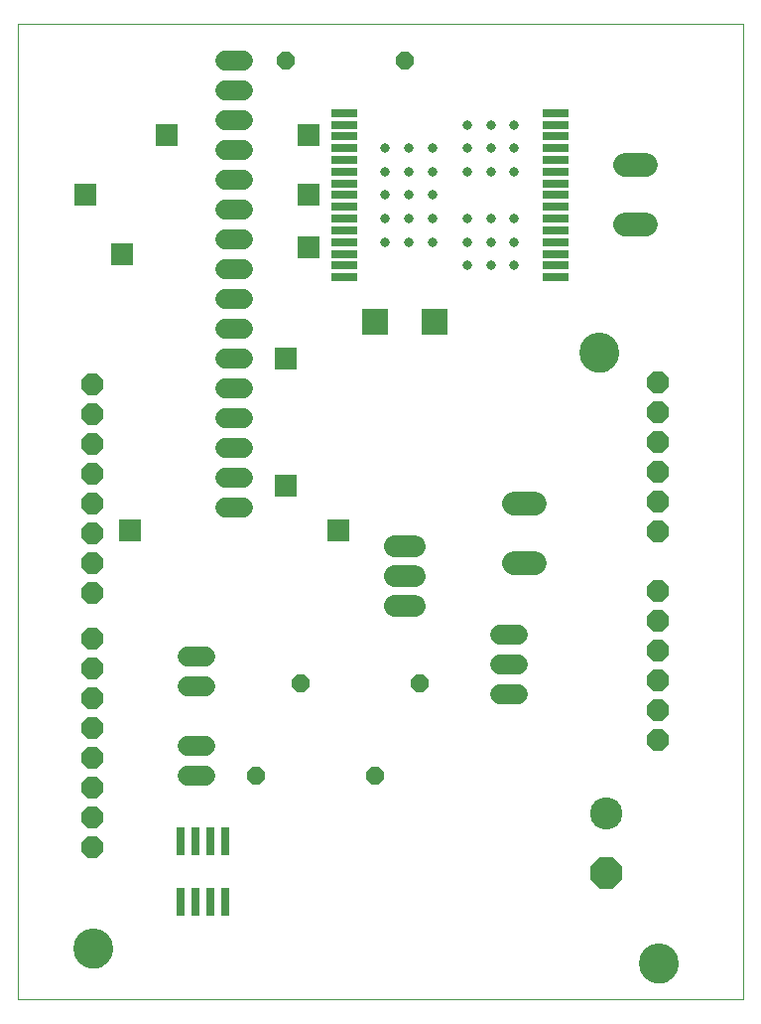
<source format=gts>
G75*
%MOIN*%
%OFA0B0*%
%FSLAX24Y24*%
%IPPOS*%
%LPD*%
%AMOC8*
5,1,8,0,0,1.08239X$1,22.5*
%
%ADD10C,0.0000*%
%ADD11C,0.0680*%
%ADD12C,0.0674*%
%ADD13OC8,0.0600*%
%ADD14C,0.0315*%
%ADD15R,0.0867X0.0280*%
%ADD16R,0.0866X0.0276*%
%ADD17C,0.1080*%
%ADD18OC8,0.1080*%
%ADD19OC8,0.0740*%
%ADD20C,0.1340*%
%ADD21R,0.0316X0.0946*%
%ADD22C,0.0740*%
%ADD23C,0.0785*%
%ADD24R,0.0780X0.0780*%
%ADD25R,0.0880X0.0880*%
D10*
X000180Y007200D02*
X000180Y039946D01*
X024550Y039946D01*
X024550Y007200D01*
X000180Y007200D01*
X002068Y008904D02*
X002070Y008954D01*
X002076Y009004D01*
X002086Y009053D01*
X002100Y009101D01*
X002117Y009148D01*
X002138Y009193D01*
X002163Y009237D01*
X002191Y009278D01*
X002223Y009317D01*
X002257Y009354D01*
X002294Y009388D01*
X002334Y009418D01*
X002376Y009445D01*
X002420Y009469D01*
X002466Y009490D01*
X002513Y009506D01*
X002561Y009519D01*
X002611Y009528D01*
X002660Y009533D01*
X002711Y009534D01*
X002761Y009531D01*
X002810Y009524D01*
X002859Y009513D01*
X002907Y009498D01*
X002953Y009480D01*
X002998Y009458D01*
X003041Y009432D01*
X003082Y009403D01*
X003121Y009371D01*
X003157Y009336D01*
X003189Y009298D01*
X003219Y009258D01*
X003246Y009215D01*
X003269Y009171D01*
X003288Y009125D01*
X003304Y009077D01*
X003316Y009028D01*
X003324Y008979D01*
X003328Y008929D01*
X003328Y008879D01*
X003324Y008829D01*
X003316Y008780D01*
X003304Y008731D01*
X003288Y008683D01*
X003269Y008637D01*
X003246Y008593D01*
X003219Y008550D01*
X003189Y008510D01*
X003157Y008472D01*
X003121Y008437D01*
X003082Y008405D01*
X003041Y008376D01*
X002998Y008350D01*
X002953Y008328D01*
X002907Y008310D01*
X002859Y008295D01*
X002810Y008284D01*
X002761Y008277D01*
X002711Y008274D01*
X002660Y008275D01*
X002611Y008280D01*
X002561Y008289D01*
X002513Y008302D01*
X002466Y008318D01*
X002420Y008339D01*
X002376Y008363D01*
X002334Y008390D01*
X002294Y008420D01*
X002257Y008454D01*
X002223Y008491D01*
X002191Y008530D01*
X002163Y008571D01*
X002138Y008615D01*
X002117Y008660D01*
X002100Y008707D01*
X002086Y008755D01*
X002076Y008804D01*
X002070Y008854D01*
X002068Y008904D01*
X021068Y008404D02*
X021070Y008454D01*
X021076Y008504D01*
X021086Y008553D01*
X021100Y008601D01*
X021117Y008648D01*
X021138Y008693D01*
X021163Y008737D01*
X021191Y008778D01*
X021223Y008817D01*
X021257Y008854D01*
X021294Y008888D01*
X021334Y008918D01*
X021376Y008945D01*
X021420Y008969D01*
X021466Y008990D01*
X021513Y009006D01*
X021561Y009019D01*
X021611Y009028D01*
X021660Y009033D01*
X021711Y009034D01*
X021761Y009031D01*
X021810Y009024D01*
X021859Y009013D01*
X021907Y008998D01*
X021953Y008980D01*
X021998Y008958D01*
X022041Y008932D01*
X022082Y008903D01*
X022121Y008871D01*
X022157Y008836D01*
X022189Y008798D01*
X022219Y008758D01*
X022246Y008715D01*
X022269Y008671D01*
X022288Y008625D01*
X022304Y008577D01*
X022316Y008528D01*
X022324Y008479D01*
X022328Y008429D01*
X022328Y008379D01*
X022324Y008329D01*
X022316Y008280D01*
X022304Y008231D01*
X022288Y008183D01*
X022269Y008137D01*
X022246Y008093D01*
X022219Y008050D01*
X022189Y008010D01*
X022157Y007972D01*
X022121Y007937D01*
X022082Y007905D01*
X022041Y007876D01*
X021998Y007850D01*
X021953Y007828D01*
X021907Y007810D01*
X021859Y007795D01*
X021810Y007784D01*
X021761Y007777D01*
X021711Y007774D01*
X021660Y007775D01*
X021611Y007780D01*
X021561Y007789D01*
X021513Y007802D01*
X021466Y007818D01*
X021420Y007839D01*
X021376Y007863D01*
X021334Y007890D01*
X021294Y007920D01*
X021257Y007954D01*
X021223Y007991D01*
X021191Y008030D01*
X021163Y008071D01*
X021138Y008115D01*
X021117Y008160D01*
X021100Y008207D01*
X021086Y008255D01*
X021076Y008304D01*
X021070Y008354D01*
X021068Y008404D01*
X019068Y028904D02*
X019070Y028954D01*
X019076Y029004D01*
X019086Y029053D01*
X019100Y029101D01*
X019117Y029148D01*
X019138Y029193D01*
X019163Y029237D01*
X019191Y029278D01*
X019223Y029317D01*
X019257Y029354D01*
X019294Y029388D01*
X019334Y029418D01*
X019376Y029445D01*
X019420Y029469D01*
X019466Y029490D01*
X019513Y029506D01*
X019561Y029519D01*
X019611Y029528D01*
X019660Y029533D01*
X019711Y029534D01*
X019761Y029531D01*
X019810Y029524D01*
X019859Y029513D01*
X019907Y029498D01*
X019953Y029480D01*
X019998Y029458D01*
X020041Y029432D01*
X020082Y029403D01*
X020121Y029371D01*
X020157Y029336D01*
X020189Y029298D01*
X020219Y029258D01*
X020246Y029215D01*
X020269Y029171D01*
X020288Y029125D01*
X020304Y029077D01*
X020316Y029028D01*
X020324Y028979D01*
X020328Y028929D01*
X020328Y028879D01*
X020324Y028829D01*
X020316Y028780D01*
X020304Y028731D01*
X020288Y028683D01*
X020269Y028637D01*
X020246Y028593D01*
X020219Y028550D01*
X020189Y028510D01*
X020157Y028472D01*
X020121Y028437D01*
X020082Y028405D01*
X020041Y028376D01*
X019998Y028350D01*
X019953Y028328D01*
X019907Y028310D01*
X019859Y028295D01*
X019810Y028284D01*
X019761Y028277D01*
X019711Y028274D01*
X019660Y028275D01*
X019611Y028280D01*
X019561Y028289D01*
X019513Y028302D01*
X019466Y028318D01*
X019420Y028339D01*
X019376Y028363D01*
X019334Y028390D01*
X019294Y028420D01*
X019257Y028454D01*
X019223Y028491D01*
X019191Y028530D01*
X019163Y028571D01*
X019138Y028615D01*
X019117Y028660D01*
X019100Y028707D01*
X019086Y028755D01*
X019076Y028804D01*
X019070Y028854D01*
X019068Y028904D01*
D11*
X007730Y028700D02*
X007130Y028700D01*
X007130Y029700D02*
X007730Y029700D01*
X007730Y030700D02*
X007130Y030700D01*
X007130Y031700D02*
X007730Y031700D01*
X007730Y032700D02*
X007130Y032700D01*
X007130Y033700D02*
X007730Y033700D01*
X007730Y034700D02*
X007130Y034700D01*
X007130Y035700D02*
X007730Y035700D01*
X007730Y036700D02*
X007130Y036700D01*
X007130Y037700D02*
X007730Y037700D01*
X007730Y038700D02*
X007130Y038700D01*
X007130Y027700D02*
X007730Y027700D01*
X007730Y026700D02*
X007130Y026700D01*
X007130Y025700D02*
X007730Y025700D01*
X007730Y024700D02*
X007130Y024700D01*
X007130Y023700D02*
X007730Y023700D01*
D12*
X006477Y018700D02*
X005883Y018700D01*
X005883Y017700D02*
X006477Y017700D01*
X006477Y015700D02*
X005883Y015700D01*
X005883Y014700D02*
X006477Y014700D01*
X016383Y017450D02*
X016977Y017450D01*
X016977Y018450D02*
X016383Y018450D01*
X016383Y019450D02*
X016977Y019450D01*
D13*
X013680Y017800D03*
X012180Y014700D03*
X009680Y017800D03*
X008180Y014700D03*
X009180Y038700D03*
X013180Y038700D03*
D14*
X015271Y036562D03*
X016058Y036562D03*
X016058Y035775D03*
X016845Y035775D03*
X016845Y036562D03*
X016845Y034987D03*
X016058Y034987D03*
X015271Y034987D03*
X015271Y035775D03*
X014089Y035775D03*
X013302Y035775D03*
X012515Y035775D03*
X012515Y034987D03*
X012515Y034200D03*
X012515Y033413D03*
X013302Y033413D03*
X013302Y034200D03*
X013302Y034987D03*
X014089Y034987D03*
X014089Y034200D03*
X014089Y033413D03*
X014089Y032625D03*
X013302Y032625D03*
X012515Y032625D03*
X015271Y032625D03*
X016058Y032625D03*
X016058Y031838D03*
X016845Y031838D03*
X016845Y032625D03*
X016845Y033413D03*
X016058Y033413D03*
X015271Y033413D03*
X015271Y031838D03*
D15*
X018223Y031838D03*
X018223Y032231D03*
X018223Y032625D03*
X018223Y033019D03*
X018223Y033806D03*
X018223Y034594D03*
X018223Y035381D03*
X018223Y035775D03*
X018223Y036169D03*
X018223Y036562D03*
X011137Y036562D03*
X011137Y035775D03*
X011137Y035381D03*
X011137Y034987D03*
X011137Y034594D03*
X011137Y034200D03*
X011137Y033806D03*
X011137Y033413D03*
X011137Y033019D03*
X011137Y032625D03*
X011137Y031838D03*
D16*
X011139Y032231D03*
X011139Y031444D03*
X011139Y036169D03*
X011139Y036956D03*
X018221Y036956D03*
X018221Y034987D03*
X018221Y034200D03*
X018221Y033413D03*
X018221Y031444D03*
D17*
X019930Y013450D03*
D18*
X019930Y011450D03*
D19*
X021680Y015900D03*
X021680Y016900D03*
X021680Y017900D03*
X021680Y018900D03*
X021680Y019900D03*
X021680Y020900D03*
X021680Y022900D03*
X021680Y023900D03*
X021680Y024900D03*
X021680Y025900D03*
X021680Y026900D03*
X021680Y027900D03*
X002680Y027850D03*
X002680Y026850D03*
X002680Y025850D03*
X002680Y024850D03*
X002680Y023850D03*
X002680Y022850D03*
X002680Y021850D03*
X002680Y020850D03*
X002680Y019300D03*
X002680Y018300D03*
X002680Y017300D03*
X002680Y016300D03*
X002680Y015300D03*
X002680Y014300D03*
X002680Y013300D03*
X002680Y012300D03*
D20*
X002698Y008904D03*
X021698Y008404D03*
X019698Y028904D03*
D21*
X007130Y012524D03*
X006630Y012524D03*
X006130Y012524D03*
X005630Y012524D03*
X005630Y010476D03*
X006130Y010476D03*
X006630Y010476D03*
X007130Y010476D03*
D22*
X012850Y020400D02*
X013510Y020400D01*
X013510Y021400D02*
X012850Y021400D01*
X012850Y022400D02*
X013510Y022400D01*
D23*
X016828Y021850D02*
X017533Y021850D01*
X017533Y023850D02*
X016828Y023850D01*
X020578Y033200D02*
X021283Y033200D01*
X021283Y035200D02*
X020578Y035200D01*
D24*
X009930Y034200D03*
X009930Y032450D03*
X009180Y028700D03*
X009180Y024450D03*
X010930Y022950D03*
X003930Y022950D03*
X003680Y032200D03*
X002430Y034200D03*
X005180Y036200D03*
X009930Y036200D03*
D25*
X012180Y029950D03*
X014180Y029950D03*
M02*

</source>
